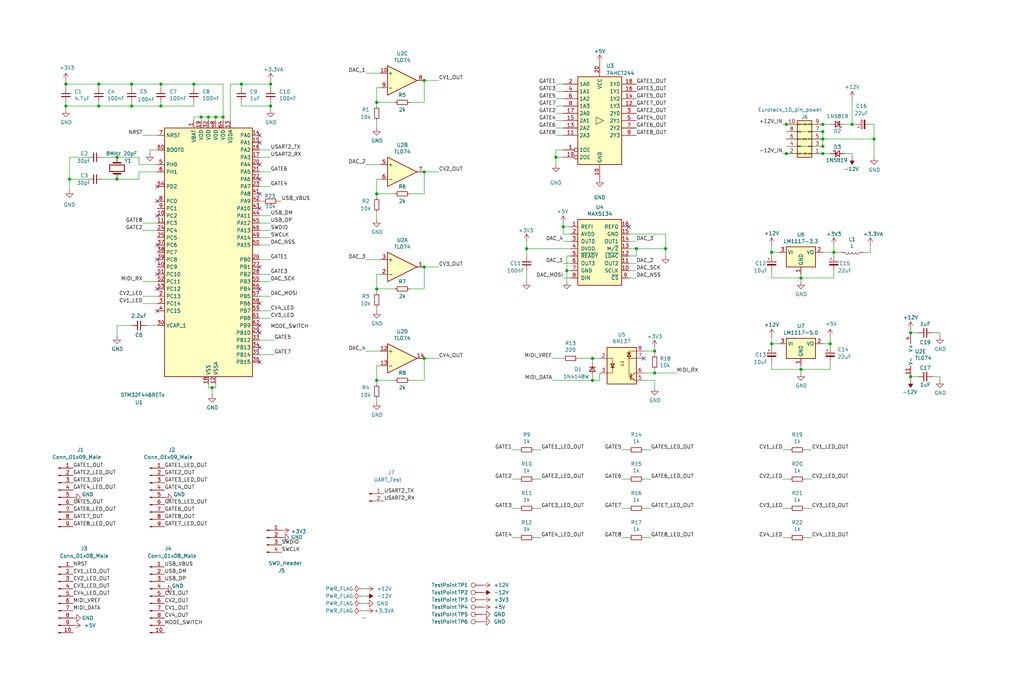
<source format=kicad_sch>
(kicad_sch (version 20231120) (generator "eeschema") (generator_version "8.0")
  (paper "User" 355.6 241.3)
  (title_block (title "MIDI Monger") (date "2020-08-09") (company "Mountjoy Modular"))
  (junction (at 285.75 43.18))
  (junction (at 231.14 86.36))
  (junction (at 288.29 119.38))
  (junction (at 69.85 40.64))
  (junction (at 40.64 54.61))
  (junction (at 93.98 36.83))
  (junction (at 205.74 132.08))
  (junction (at 34.29 29.21))
  (junction (at 278.13 96.52))
  (junction (at 130.81 132.08))
  (junction (at 67.31 29.21))
  (junction (at 303.53 48.26))
  (junction (at 73.66 134.62))
  (junction (at 22.86 29.21))
  (junction (at 227.33 129.54))
  (junction (at 289.56 87.63))
  (junction (at 22.86 36.83))
  (junction (at 220.98 86.36))
  (junction (at 182.88 86.36))
  (junction (at 278.13 128.27))
  (junction (at 295.91 43.18))
  (junction (at 45.72 29.21))
  (junction (at 130.81 35.56))
  (junction (at 273.05 53.34))
  (junction (at 40.64 62.23))
  (junction (at 205.74 124.46))
  (junction (at 45.72 36.83))
  (junction (at 147.32 92.71))
  (junction (at 34.29 36.83))
  (junction (at 72.39 40.64))
  (junction (at 267.97 87.63))
  (junction (at 55.88 36.83))
  (junction (at 273.05 43.18))
  (junction (at 55.88 29.21))
  (junction (at 196.85 93.98))
  (junction (at 130.81 67.31))
  (junction (at 83.82 29.21))
  (junction (at 130.81 100.33))
  (junction (at 147.32 124.46))
  (junction (at 285.75 45.72))
  (junction (at 147.32 59.69))
  (junction (at 193.04 54.61))
  (junction (at 285.75 50.8))
  (junction (at 285.75 48.26))
  (junction (at 77.47 40.64))
  (junction (at 74.93 40.64))
  (junction (at 316.23 130.81))
  (junction (at 267.97 119.38))
  (junction (at 195.58 78.74))
  (junction (at 24.13 62.23))
  (junction (at 93.98 29.21))
  (junction (at 227.33 121.92))
  (junction (at 147.32 27.94))
  (junction (at 316.23 115.57))
  (junction (at 285.75 53.34))
  (no_connect (at 90.17 46.99))
  (no_connect (at 223.52 124.46))
  (no_connect (at 90.17 105.41))
  (no_connect (at 54.61 90.17))
  (no_connect (at 90.17 92.71))
  (no_connect (at 90.17 100.33))
  (no_connect (at 90.17 67.31))
  (no_connect (at 54.61 107.95))
  (no_connect (at 90.17 115.57))
  (no_connect (at 90.17 49.53))
  (no_connect (at 90.17 72.39))
  (no_connect (at 54.61 100.33))
  (no_connect (at 218.44 78.74))
  (no_connect (at 90.17 125.73))
  (no_connect (at 54.61 64.77))
  (no_connect (at 90.17 120.65))
  (no_connect (at 90.17 62.23))
  (no_connect (at 90.17 57.15))
  (no_connect (at 54.61 95.25))
  (no_connect (at 54.61 85.09))
  (no_connect (at 90.17 113.03))
  (no_connect (at 54.61 74.93))
  (no_connect (at 54.61 69.85))
  (wire (pts (xy 90.17 52.07) (xy 93.98 52.07)))
  (wire (pts (xy 195.58 91.44) (xy 198.12 91.44)))
  (wire (pts (xy 83.82 29.21) (xy 93.98 29.21)))
  (wire (pts (xy 93.98 107.95) (xy 90.17 107.95)))
  (wire (pts (xy 142.24 67.31) (xy 147.32 67.31)))
  (wire (pts (xy 205.74 130.81) (xy 205.74 132.08)))
  (wire (pts (xy 220.98 88.9) (xy 218.44 88.9)))
  (wire (pts (xy 223.52 186.69) (xy 226.06 186.69)))
  (wire (pts (xy 267.97 119.38) (xy 267.97 120.65)))
  (wire (pts (xy 130.81 132.08) (xy 137.16 132.08)))
  (wire (pts (xy 52.07 52.07) (xy 52.07 53.34)))
  (wire (pts (xy 74.93 133.35) (xy 74.93 134.62)))
  (wire (pts (xy 182.88 93.98) (xy 182.88 97.79)))
  (wire (pts (xy 295.91 43.18) (xy 297.18 43.18)))
  (wire (pts (xy 177.8 156.21) (xy 180.34 156.21)))
  (wire (pts (xy 147.32 132.08) (xy 147.32 124.46)))
  (wire (pts (xy 22.86 38.1) (xy 22.86 36.83)))
  (wire (pts (xy 142.24 35.56) (xy 147.32 35.56)))
  (wire (pts (xy 223.52 121.92) (xy 227.33 121.92)))
  (wire (pts (xy 223.52 166.37) (xy 226.06 166.37)))
  (wire (pts (xy 90.17 69.85) (xy 91.44 69.85)))
  (wire (pts (xy 223.52 132.08) (xy 227.33 132.08)))
  (wire (pts (xy 267.97 116.84) (xy 267.97 119.38)))
  (wire (pts (xy 142.24 100.33) (xy 147.32 100.33)))
  (wire (pts (xy 193.04 54.61) (xy 193.04 52.07)))
  (wire (pts (xy 285.75 119.38) (xy 288.29 119.38)))
  (wire (pts (xy 54.61 57.15) (xy 48.26 57.15)))
  (wire (pts (xy 67.31 29.21) (xy 77.47 29.21)))
  (wire (pts (xy 74.93 40.64) (xy 74.93 41.91)))
  (wire (pts (xy 35.56 62.23) (xy 40.64 62.23)))
  (wire (pts (xy 24.13 62.23) (xy 30.48 62.23)))
  (wire (pts (xy 130.81 67.31) (xy 130.81 68.58)))
  (wire (pts (xy 227.33 120.65) (xy 227.33 121.92)))
  (wire (pts (xy 69.85 40.64) (xy 72.39 40.64)))
  (wire (pts (xy 130.81 127) (xy 130.81 132.08)))
  (wire (pts (xy 193.04 54.61) (xy 195.58 54.61)))
  (wire (pts (xy 195.58 81.28) (xy 198.12 81.28)))
  (wire (pts (xy 267.97 125.73) (xy 267.97 128.27)))
  (wire (pts (xy 279.4 156.21) (xy 281.94 156.21)))
  (wire (pts (xy 34.29 35.56) (xy 34.29 36.83)))
  (wire (pts (xy 288.29 116.84) (xy 288.29 119.38)))
  (wire (pts (xy 278.13 128.27) (xy 288.29 128.27)))
  (wire (pts (xy 195.58 78.74) (xy 198.12 78.74)))
  (wire (pts (xy 295.91 34.29) (xy 295.91 43.18)))
  (wire (pts (xy 130.81 106.68) (xy 130.81 107.95)))
  (wire (pts (xy 125.73 214.63) (xy 127 214.63)))
  (wire (pts (xy 83.82 36.83) (xy 93.98 36.83)))
  (wire (pts (xy 22.86 29.21) (xy 22.86 30.48)))
  (wire (pts (xy 34.29 36.83) (xy 45.72 36.83)))
  (wire (pts (xy 93.98 35.56) (xy 93.98 36.83)))
  (wire (pts (xy 45.72 29.21) (xy 45.72 30.48)))
  (wire (pts (xy 271.78 166.37) (xy 274.32 166.37)))
  (wire (pts (xy 35.56 54.61) (xy 40.64 54.61)))
  (wire (pts (xy 67.31 29.21) (xy 67.31 30.48)))
  (wire (pts (xy 90.17 74.93) (xy 93.98 74.93)))
  (wire (pts (xy 147.32 67.31) (xy 147.32 59.69)))
  (wire (pts (xy 83.82 29.21) (xy 83.82 30.48)))
  (wire (pts (xy 40.64 113.03) (xy 45.72 113.03)))
  (wire (pts (xy 54.61 59.69) (xy 48.26 59.69)))
  (wire (pts (xy 215.9 176.53) (xy 218.44 176.53)))
  (wire (pts (xy 54.61 97.79) (xy 49.53 97.79)))
  (wire (pts (xy 45.72 35.56) (xy 45.72 36.83)))
  (wire (pts (xy 130.81 95.25) (xy 132.08 95.25)))
  (wire (pts (xy 271.78 156.21) (xy 274.32 156.21)))
  (wire (pts (xy 198.12 88.9) (xy 196.85 88.9)))
  (wire (pts (xy 273.05 53.34) (xy 285.75 53.34)))
  (wire (pts (xy 142.24 132.08) (xy 147.32 132.08)))
  (wire (pts (xy 147.32 59.69) (xy 152.4 59.69)))
  (wire (pts (xy 130.81 35.56) (xy 130.81 36.83)))
  (wire (pts (xy 24.13 54.61) (xy 24.13 62.23)))
  (wire (pts (xy 147.32 35.56) (xy 147.32 27.94)))
  (wire (pts (xy 90.17 95.25) (xy 93.98 95.25)))
  (wire (pts (xy 130.81 100.33) (xy 130.81 101.6)))
  (wire (pts (xy 182.88 83.82) (xy 182.88 86.36)))
  (wire (pts (xy 205.74 124.46) (xy 208.28 124.46)))
  (wire (pts (xy 302.26 85.09) (xy 302.26 87.63)))
  (wire (pts (xy 67.31 35.56) (xy 67.31 36.83)))
  (wire (pts (xy 185.42 186.69) (xy 187.96 186.69)))
  (wire (pts (xy 278.13 128.27) (xy 267.97 128.27)))
  (wire (pts (xy 45.72 29.21) (xy 55.88 29.21)))
  (wire (pts (xy 223.52 156.21) (xy 226.06 156.21)))
  (wire (pts (xy 278.13 96.52) (xy 289.56 96.52)))
  (wire (pts (xy 215.9 166.37) (xy 218.44 166.37)))
  (wire (pts (xy 288.29 119.38) (xy 288.29 120.65)))
  (wire (pts (xy 220.98 86.36) (xy 220.98 88.9)))
  (wire (pts (xy 93.98 82.55) (xy 90.17 82.55)))
  (wire (pts (xy 127 121.92) (xy 132.08 121.92)))
  (wire (pts (xy 130.81 62.23) (xy 132.08 62.23)))
  (wire (pts (xy 316.23 130.81) (xy 318.77 130.81)))
  (wire (pts (xy 95.25 123.19) (xy 90.17 123.19)))
  (wire (pts (xy 93.98 27.94) (xy 93.98 29.21)))
  (wire (pts (xy 93.98 80.01) (xy 90.17 80.01)))
  (wire (pts (xy 40.64 113.03) (xy 40.64 116.84)))
  (wire (pts (xy 195.58 83.82) (xy 198.12 83.82)))
  (wire (pts (xy 271.78 53.34) (xy 273.05 53.34)))
  (wire (pts (xy 130.81 41.91) (xy 130.81 44.45)))
  (wire (pts (xy 90.17 64.77) (xy 93.98 64.77)))
  (wire (pts (xy 50.8 113.03) (xy 54.61 113.03)))
  (wire (pts (xy 130.81 67.31) (xy 137.16 67.31)))
  (wire (pts (xy 278.13 95.25) (xy 278.13 96.52)))
  (wire (pts (xy 205.74 124.46) (xy 205.74 125.73)))
  (wire (pts (xy 303.53 43.18) (xy 302.26 43.18)))
  (wire (pts (xy 285.75 48.26) (xy 285.75 50.8)))
  (wire (pts (xy 215.9 156.21) (xy 218.44 156.21)))
  (wire (pts (xy 218.44 86.36) (xy 220.98 86.36)))
  (wire (pts (xy 130.81 100.33) (xy 137.16 100.33)))
  (wire (pts (xy 45.72 36.83) (xy 55.88 36.83)))
  (wire (pts (xy 55.88 29.21) (xy 67.31 29.21)))
  (wire (pts (xy 231.14 86.36) (xy 231.14 88.9)))
  (wire (pts (xy 208.28 129.54) (xy 208.28 132.08)))
  (wire (pts (xy 34.29 29.21) (xy 34.29 30.48)))
  (wire (pts (xy 191.77 124.46) (xy 195.58 124.46)))
  (wire (pts (xy 218.44 93.98) (xy 220.98 93.98)))
  (wire (pts (xy 271.78 186.69) (xy 274.32 186.69)))
  (wire (pts (xy 130.81 62.23) (xy 130.81 67.31)))
  (wire (pts (xy 90.17 90.17) (xy 93.98 90.17)))
  (wire (pts (xy 193.04 29.21) (xy 195.58 29.21)))
  (wire (pts (xy 130.81 95.25) (xy 130.81 100.33)))
  (wire (pts (xy 54.61 102.87) (xy 49.53 102.87)))
  (wire (pts (xy 323.85 130.81) (xy 326.39 130.81)))
  (wire (pts (xy 72.39 40.64) (xy 74.93 40.64)))
  (wire (pts (xy 130.81 30.48) (xy 130.81 35.56)))
  (wire (pts (xy 34.29 29.21) (xy 45.72 29.21)))
  (wire (pts (xy 52.07 52.07) (xy 54.61 52.07)))
  (wire (pts (xy 193.04 31.75) (xy 195.58 31.75)))
  (wire (pts (xy 279.4 186.69) (xy 281.94 186.69)))
  (wire (pts (xy 185.42 156.21) (xy 187.96 156.21)))
  (wire (pts (xy 93.98 77.47) (xy 90.17 77.47)))
  (wire (pts (xy 289.56 85.09) (xy 289.56 87.63)))
  (wire (pts (xy 293.37 53.34) (xy 295.91 53.34)))
  (wire (pts (xy 90.17 102.87) (xy 93.98 102.87)))
  (wire (pts (xy 22.86 29.21) (xy 34.29 29.21)))
  (wire (pts (xy 196.85 93.98) (xy 196.85 97.79)))
  (wire (pts (xy 227.33 121.92) (xy 227.33 123.19)))
  (wire (pts (xy 147.32 27.94) (xy 152.4 27.94)))
  (wire (pts (xy 77.47 40.64) (xy 77.47 41.91)))
  (wire (pts (xy 223.52 176.53) (xy 226.06 176.53)))
  (wire (pts (xy 83.82 35.56) (xy 83.82 36.83)))
  (wire (pts (xy 267.97 119.38) (xy 270.51 119.38)))
  (wire (pts (xy 22.86 35.56) (xy 22.86 36.83)))
  (wire (pts (xy 73.66 137.16) (xy 73.66 134.62)))
  (wire (pts (xy 93.98 97.79) (xy 90.17 97.79)))
  (wire (pts (xy 273.05 50.8) (xy 285.75 50.8)))
  (wire (pts (xy 196.85 88.9) (xy 196.85 93.98)))
  (wire (pts (xy 80.01 29.21) (xy 83.82 29.21)))
  (wire (pts (xy 40.64 54.61) (xy 48.26 54.61)))
  (wire (pts (xy 24.13 62.23) (xy 24.13 66.04)))
  (wire (pts (xy 77.47 40.64) (xy 74.93 40.64)))
  (wire (pts (xy 218.44 81.28) (xy 231.14 81.28)))
  (wire (pts (xy 130.81 30.48) (xy 132.08 30.48)))
  (wire (pts (xy 177.8 176.53) (xy 180.34 176.53)))
  (wire (pts (xy 193.04 57.15) (xy 193.04 54.61)))
  (wire (pts (xy 271.78 176.53) (xy 274.32 176.53)))
  (wire (pts (xy 125.73 212.09) (xy 127 212.09)))
  (wire (pts (xy 293.37 43.18) (xy 295.91 43.18)))
  (wire (pts (xy 191.77 132.08) (xy 205.74 132.08)))
  (wire (pts (xy 303.53 48.26) (xy 303.53 54.61)))
  (wire (pts (xy 208.28 132.08) (xy 205.74 132.08)))
  (wire (pts (xy 195.58 78.74) (xy 195.58 81.28)))
  (wire (pts (xy 200.66 124.46) (xy 205.74 124.46)))
  (wire (pts (xy 267.97 93.98) (xy 267.97 96.52)))
  (wire (pts (xy 299.72 87.63) (xy 302.26 87.63)))
  (wire (pts (xy 288.29 125.73) (xy 288.29 128.27)))
  (wire (pts (xy 278.13 127) (xy 278.13 128.27)))
  (wire (pts (xy 285.75 45.72) (xy 285.75 48.26)))
  (wire (pts (xy 72.39 133.35) (xy 72.39 134.62)))
  (wire (pts (xy 93.98 110.49) (xy 90.17 110.49)))
  (wire (pts (xy 271.78 43.18) (xy 273.05 43.18)))
  (wire (pts (xy 125.73 207.01) (xy 127 207.01)))
  (wire (pts (xy 193.04 44.45) (xy 195.58 44.45)))
  (wire (pts (xy 195.58 77.47) (xy 195.58 78.74)))
  (wire (pts (xy 285.75 48.26) (xy 273.05 48.26)))
  (wire (pts (xy 127 25.4) (xy 132.08 25.4)))
  (wire (pts (xy 220.98 86.36) (xy 231.14 86.36)))
  (wire (pts (xy 323.85 115.57) (xy 326.39 115.57)))
  (wire (pts (xy 67.31 40.64) (xy 67.31 41.91)))
  (wire (pts (xy 49.53 46.99) (xy 54.61 46.99)))
  (wire (pts (xy 267.97 87.63) (xy 270.51 87.63)))
  (wire (pts (xy 24.13 54.61) (xy 30.48 54.61)))
  (wire (pts (xy 227.33 128.27) (xy 227.33 129.54)))
  (wire (pts (xy 278.13 97.79) (xy 278.13 96.52)))
  (wire (pts (xy 55.88 35.56) (xy 55.88 36.83)))
  (wire (pts (xy 22.86 36.83) (xy 34.29 36.83)))
  (wire (pts (xy 231.14 81.28) (xy 231.14 86.36)))
  (wire (pts (xy 326.39 115.57) (xy 326.39 116.84)))
  (wire (pts (xy 90.17 85.09) (xy 93.98 85.09)))
  (wire (pts (xy 130.81 127) (xy 132.08 127)))
  (wire (pts (xy 147.32 124.46) (xy 152.4 124.46)))
  (wire (pts (xy 193.04 39.37) (xy 195.58 39.37)))
  (wire (pts (xy 177.8 186.69) (xy 180.34 186.69)))
  (wire (pts (xy 326.39 130.81) (xy 326.39 132.08)))
  (wire (pts (xy 177.8 166.37) (xy 180.34 166.37)))
  (wire (pts (xy 273.05 45.72) (xy 285.75 45.72)))
  (wire (pts (xy 196.85 93.98) (xy 198.12 93.98)))
  (wire (pts (xy 285.75 48.26) (xy 303.53 48.26)))
  (wire (pts (xy 90.17 54.61) (xy 93.98 54.61)))
  (wire (pts (xy 90.17 59.69) (xy 93.98 59.69)))
  (wire (pts (xy 48.26 57.15) (xy 48.26 54.61)))
  (wire (pts (xy 22.86 27.94) (xy 22.86 29.21)))
  (wire (pts (xy 127 57.15) (xy 132.08 57.15)))
  (wire (pts (xy 195.58 96.52) (xy 198.12 96.52)))
  (wire (pts (xy 93.98 38.1) (xy 93.98 36.83)))
  (wire (pts (xy 125.73 204.47) (xy 127 204.47)))
  (wire (pts (xy 77.47 29.21) (xy 77.47 40.64)))
  (wire (pts (xy 74.93 134.62) (xy 73.66 134.62)))
  (wire (pts (xy 289.56 93.98) (xy 289.56 96.52)))
  (wire (pts (xy 182.88 86.36) (xy 198.12 86.36)))
  (wire (pts (xy 72.39 40.64) (xy 72.39 41.91)))
  (wire (pts (xy 96.52 69.85) (xy 97.79 69.85)))
  (wire (pts (xy 185.42 176.53) (xy 187.96 176.53)))
  (wire (pts (xy 285.75 53.34) (xy 288.29 53.34)))
  (wire (pts (xy 40.64 62.23) (xy 48.26 62.23)))
  (wire (pts (xy 49.53 80.01) (xy 54.61 80.01)))
  (wire (pts (xy 279.4 176.53) (xy 281.94 176.53)))
  (wire (pts (xy 49.53 105.41) (xy 54.61 105.41)))
  (wire (pts (xy 289.56 87.63) (xy 289.56 88.9)))
  (wire (pts (xy 218.44 91.44) (xy 220.98 91.44)))
  (wire (pts (xy 80.01 29.21) (xy 80.01 41.91)))
  (wire (pts (xy 278.13 129.54) (xy 278.13 128.27)))
  (wire (pts (xy 55.88 36.83) (xy 67.31 36.83)))
  (wire (pts (xy 125.73 209.55) (xy 127 209.55)))
  (wire (pts (xy 278.13 96.52) (xy 267.97 96.52)))
  (wire (pts (xy 147.32 92.71) (xy 152.4 92.71)))
  (wire (pts (xy 93.98 29.21) (xy 93.98 30.48)))
  (wire (pts (xy 193.04 36.83) (xy 195.58 36.83)))
  (wire (pts (xy 193.04 34.29) (xy 195.58 34.29)))
  (wire (pts (xy 218.44 83.82) (xy 220.98 83.82)))
  (wire (pts (xy 127 90.17) (xy 132.08 90.17)))
  (wire (pts (xy 130.81 132.08) (xy 130.81 133.35)))
  (wire (pts (xy 223.52 129.54) (xy 227.33 129.54)))
  (wire (pts (xy 130.81 35.56) (xy 137.16 35.56)))
  (wire (pts (xy 227.33 129.54) (xy 234.95 129.54)))
  (wire (pts (xy 147.32 100.33) (xy 147.32 92.71)))
  (wire (pts (xy 193.04 52.07) (xy 195.58 52.07)))
  (wire (pts (xy 193.04 41.91) (xy 195.58 41.91)))
  (wire (pts (xy 69.85 40.64) (xy 69.85 41.91)))
  (wire (pts (xy 267.97 85.09) (xy 267.97 87.63)))
  (wire (pts (xy 48.26 59.69) (xy 48.26 62.23)))
  (wire (pts (xy 227.33 132.08) (xy 227.33 134.62)))
  (wire (pts (xy 285.75 87.63) (xy 289.56 87.63)))
  (wire (pts (xy 316.23 130.81) (xy 316.23 132.08)))
  (wire (pts (xy 303.53 43.18) (xy 303.53 48.26)))
  (wire (pts (xy 193.04 46.99) (xy 195.58 46.99)))
  (wire (pts (xy 215.9 186.69) (xy 218.44 186.69)))
  (wire (pts (xy 316.23 114.3) (xy 316.23 115.57)))
  (wire (pts (xy 279.4 166.37) (xy 281.94 166.37)))
  (wire (pts (xy 182.88 86.36) (xy 182.88 88.9)))
  (wire (pts (xy 67.31 40.64) (xy 69.85 40.64)))
  (wire (pts (xy 318.77 115.57) (xy 316.23 115.57)))
  (wire (pts (xy 185.42 166.37) (xy 187.96 166.37)))
  (wire (pts (xy 54.61 77.47) (xy 49.53 77.47)))
  (wire (pts (xy 285.75 43.18) (xy 288.29 43.18)))
  (wire (pts (xy 289.56 87.63) (xy 292.1 87.63)))
  (wire (pts (xy 130.81 73.66) (xy 130.81 76.2)))
  (wire (pts (xy 295.91 53.34) (xy 295.91 54.61)))
  (wire (pts (xy 218.44 96.52) (xy 220.98 96.52)))
  (wire (pts (xy 55.88 29.21) (xy 55.88 30.48)))
  (wire (pts (xy 267.97 87.63) (xy 267.97 88.9)))
  (wire (pts (xy 273.05 43.18) (xy 285.75 43.18)))
  (wire (pts (xy 72.39 134.62) (xy 73.66 134.62)))
  (wire (pts (xy 95.25 118.11) (xy 90.17 118.11)))
  (wire (pts (xy 130.81 138.43) (xy 130.81 139.7)))
  (label "CV3_OUT" (at 152.4 92.71 0))
  (label "USB_DP" (at 57.15 201.93 0))
  (label "DAC_4" (at 127 121.92 180))
  (label "CV3_LED_OUT" (at 25.4 204.47 0))
  (label "NRST" (at 49.53 46.99 180))
  (label "GATE3_OUT" (at 25.4 167.64 0))
  (label "GATE7_OUT" (at 220.98 36.83 0))
  (label "USART2_RX" (at 133.35 173.99 0))
  (label "GATE8_OUT" (at 57.15 180.34 0))
  (label "DAC_SCK" (at 93.98 97.79 0))
  (label "NRST" (at 25.4 196.85 0))
  (label "GATE7_LED_OUT" (at 57.15 182.88 0))
  (label "GATE6_OUT" (at 220.98 44.45 0))
  (label "GATE2_OUT" (at 57.15 165.1 0))
  (label "GATE6" (at 93.98 59.69 0))
  (label "GATE4_OUT" (at 57.15 170.18 0))
  (label "GATE1_OUT" (at 25.4 162.56 0))
  (label "GATE5" (at 193.04 34.29 180))
  (label "GATE4_LED_OUT" (at 25.4 170.18 0))
  (label "CV2_LED_OUT" (at 25.4 201.93 0))
  (label "CV4_OUT" (at 152.4 124.46 0))
  (label "GATE2_OUT" (at 220.98 39.37 0))
  (label "DAC_NSS" (at 93.98 85.09 0))
  (label "USB_DM" (at 93.98 74.93 0))
  (label "GATE1" (at 177.8 156.21 180))
  (label "GATE2" (at 193.04 39.37 180))
  (label "SWDIO" (at 93.98 80.01 0))
  (label "GATE2" (at 177.8 166.37 180))
  (label "GATE4_OUT" (at 220.98 41.91 0))
  (label "+12V_IN" (at 271.78 43.18 180))
  (label "DAC_2" (at 127 57.15 180))
  (label "CV4_LED" (at 271.78 186.69 180))
  (label "DAC_2" (at 220.98 91.44 0))
  (label "GATE2_LED_OUT" (at 187.96 166.37 0))
  (label "-12V_IN" (at 271.78 53.34 180))
  (label "CV1_LED_OUT" (at 25.4 199.39 0))
  (label "SWCLK" (at 97.79 191.77 0))
  (label "CV3_LED" (at 93.98 110.49 0))
  (label "GATE1_OUT" (at 220.98 29.21 0))
  (label "GATE7" (at 95.25 123.19 0))
  (label "DAC_MOSI" (at 195.58 96.52 180))
  (label "GATE6_OUT" (at 57.15 177.8 0))
  (label "USB_VBUS" (at 57.15 196.85 0))
  (label "GATE3" (at 193.04 31.75 180))
  (label "MODE_SWITCH" (at 93.98 114.3 0))
  (label "GATE2" (at 49.53 80.01 180))
  (label "GATE3_OUT" (at 220.98 31.75 0))
  (label "USART2_TX" (at 93.98 52.07 0))
  (label "GATE1" (at 193.04 29.21 180))
  (label "CV2_LED" (at 49.53 102.87 180))
  (label "CV2_OUT" (at 57.15 209.55 0))
  (label "USB_VBUS" (at 97.79 69.85 0))
  (label "GATE5_LED_OUT" (at 226.06 156.21 0))
  (label "GATE8_LED_OUT" (at 226.06 186.69 0))
  (label "CV1_OUT" (at 57.15 212.09 0))
  (label "GATE4" (at 193.04 41.91 180))
  (label "GATE8" (at 215.9 186.69 180))
  (label "CV4_LED_OUT" (at 25.4 207.01 0))
  (label "CV4_LED_OUT" (at 281.94 186.69 0))
  (label "GATE6_LED_OUT" (at 25.4 177.8 0))
  (label "GATE4" (at 177.8 186.69 180))
  (label "GATE3_LED_OUT" (at 187.96 176.53 0))
  (label "GATE8" (at 193.04 46.99 180))
  (label "CV2_LED" (at 271.78 166.37 180))
  (label "GATE4" (at 93.98 64.77 0))
  (label "GATE5_OUT" (at 220.98 34.29 0))
  (label "CV1_LED" (at 271.78 156.21 180))
  (label "GATE8" (at 49.53 77.47 180))
  (label "GATE6" (at 215.9 166.37 180))
  (label "MIDI_VREF" (at 25.4 209.55 0))
  (label "CV3_LED_OUT" (at 281.94 176.53 0))
  (label "DAC_1" (at 127 25.4 180))
  (label "GATE5_LED_OUT" (at 57.15 175.26 0))
  (label "CV3_OUT" (at 57.15 207.01 0))
  (label "CV1_LED_OUT" (at 281.94 156.21 0))
  (label "GATE6_LED_OUT" (at 226.06 166.37 0))
  (label "GATE3" (at 177.8 176.53 180))
  (label "GATE4_LED_OUT" (at 187.96 186.69 0))
  (label "GATE3_LED_OUT" (at 57.15 167.64 0))
  (label "CV1_OUT" (at 152.4 27.94 0))
  (label "GATE1_LED_OUT" (at 187.96 156.21 0))
  (label "GATE2_LED_OUT" (at 25.4 165.1 0))
  (label "USART2_TX" (at 133.35 171.45 0))
  (label "GATE5" (at 215.9 156.21 180))
  (label "DAC_SCK" (at 220.98 93.98 0))
  (label "CV1_LED" (at 49.53 105.41 180))
  (label "DAC_NSS" (at 220.98 96.52 0))
  (label "USART2_RX" (at 93.98 54.61 0))
  (label "CV4_LED" (at 93.98 107.95 0))
  (label "GATE3" (at 93.98 95.25 0))
  (label "CV2_LED_OUT" (at 281.94 166.37 0))
  (label "SWDIO" (at 97.79 189.23 0))
  (label "DAC_4" (at 195.58 83.82 180))
  (label "DAC_3" (at 220.98 83.82 0))
  (label "DAC_3" (at 127 90.17 180))
  (label "GATE7" (at 215.9 176.53 180))
  (label "GATE6" (at 193.04 44.45 180))
  (label "GATE1_LED_OUT" (at 57.15 162.56 0))
  (label "MIDI_RX" (at 49.53 97.79 180))
  (label "MIDI_DATA" (at 25.4 212.09 0))
  (label "MIDI_RX" (at 234.95 129.54 0))
  (label "SWCLK" (at 93.98 82.55 0))
  (label "CV3_LED" (at 271.78 176.53 180))
  (label "GATE7_LED_OUT" (at 226.06 176.53 0))
  (label "GATE5_OUT" (at 25.4 175.26 0))
  (label "GATE7" (at 193.04 36.83 180))
  (label "USB_DM" (at 57.15 199.39 0))
  (label "CV2_OUT" (at 152.4 59.69 0))
  (label "MODE_SWITCH" (at 57.15 217.17 0))
  (label "GATE7_OUT" (at 25.4 180.34 0))
  (label "GATE8_OUT" (at 220.98 46.99 0))
  (label "USB_DP" (at 93.98 77.47 0))
  (label "MIDI_VREF" (at 191.77 124.46 180))
  (label "CV4_OUT" (at 57.15 214.63 0))
  (label "GATE8_LED_OUT" (at 25.4 182.88 0))
  (label "GATE1" (at 93.98 90.17 0))
  (label "DAC_MOSI" (at 93.98 102.87 0))
  (label "DAC_1" (at 195.58 91.44 180))
  (label "GATE5" (at 95.25 118.11 0))
  (label "MIDI_DATA" (at 191.77 132.08 180))
  (symbol (lib_id "Connector:Conn_01x04_Pin") (at 92.71 186.69 0) (unit 1)
    (property "Reference" "J5" (at 97.79 198.12 0))
    (property "Value" "SWD_Header" (at 99.06 195.58 0))
    (property "Footprint" "Custom_Footprints:SWD_header" (effects (hide yes)))
    (property "Description" "Generic connector, single row, 01x04, script generated" (effects (hide yes)))
  )
  (symbol (lib_id "power:+3.3V") (at 97.79 184.15 270) (unit 1)
    (property "Reference" "#PWR012" (effects (hide yes)))
    (property "Value" "+3V3" (at 101.0412 184.531 90) (effects (justify left)))
    (property "Description" "Power symbol creates a global label with name \"+3.3V\"" (effects (hide yes)))
  )
  (symbol (lib_id "power:GND") (at 97.79 186.69 90) (unit 1)
    (property "Reference" "#PWR013" (effects (hide yes)))
    (property "Value" "GND" (at 101.0412 186.563 90) (effects (justify right)))
    (property "Description" "Power symbol creates a global label with name \"GND\" , ground" (effects (hide yes)))
  )
  (symbol (lib_id "power:+3.3V") (at 289.56 85.09 0) (unit 1)
    (property "Reference" "#PWR041" (effects (hide yes)))
    (property "Value" "+3V3" (at 289.56 81.28 0))
    (property "Description" "Power symbol creates a global label with name \"+3.3V\"" (effects (hide yes)))
  )
  (symbol (lib_id "power:PWR_FLAG") (at 125.73 209.55 90) (unit 1)
    (property "Reference" "#FLG03" (effects (hide yes)))
    (property "Value" "PWR_FLAG" (at 117.856 209.55 90))
    (property "Description" "Special symbol for telling ERC where power comes from" (effects (hide yes)))
  )
  (symbol (lib_id "power:GND") (at 127 209.55 90) (unit 1)
    (property "Reference" "#PWR016" (effects (hide yes)))
    (property "Value" "GND" (at 130.81 209.5499 90) (effects (justify right)))
    (property "Description" "Power symbol creates a global label with name \"GND\" , ground" (effects (hide yes)))
  )
  (symbol (lib_id "Regulator_Linear:LM1117MP-3.3") (at 278.13 87.63 0) (unit 1)
    (property "Reference" "U6" (at 278.13 81.4832 0))
    (property "Value" "LM1117-3.3" (at 278.13 83.7946 0))
    (property "Footprint" "Package_TO_SOT_SMD:SOT-223-3_TabPin2" (effects (hide yes)))
    (property "Datasheet" "http://www.ti.com/lit/ds/symlink/lm1117.pdf" (effects (hide yes)))
    (property "Description" "800mA Low-Dropout Linear Regulator, 3.3V fixed output, SOT-223" (effects (hide yes)))
  )
  (symbol (lib_id "Device:R_Small") (at 139.7 35.56 270) (unit 1)
    (property "Reference" "R5" (at 139.7 33.02 90))
    (property "Value" "2k" (at 139.7 38.1 90))
    (property "Footprint" "Resistor_SMD:R_0603_1608Metric" (effects (hide yes)))
    (property "Description" "Resistor, small symbol" (effects (hide yes)))
  )
  (symbol (lib_id "Device:R_Small") (at 130.81 39.37 180) (unit 1)
    (property "Reference" "R1" (at 127 38.1 0))
    (property "Value" "10k" (at 127 40.64 0))
    (property "Footprint" "Resistor_SMD:R_0603_1608Metric" (effects (hide yes)))
    (property "Description" "Resistor, small symbol" (effects (hide yes)))
  )
  (symbol (lib_id "power:GND") (at 130.81 44.45 0) (unit 1)
    (property "Reference" "#PWR020" (effects (hide yes)))
    (property "Value" "GND" (at 130.937 48.8442 0))
    (property "Description" "Power symbol creates a global label with name \"GND\" , ground" (effects (hide yes)))
  )
  (symbol (lib_id "Device:L") (at 295.91 87.63 270) (unit 1)
    (property "Reference" "L1" (at 295.91 83.1088 90))
    (property "Value" "L" (at 295.91 85.4202 90))
    (property "Footprint" "Inductor_SMD:L_0805_2012Metric_Pad1.05x1.20mm_HandSolder" (effects (hide yes)))
    (property "Description" "Inductor" (effects (hide yes)))
  )
  (symbol (lib_id "power:+3.3VA") (at 302.26 85.09 0) (unit 1)
    (property "Reference" "#PWR044" (effects (hide yes)))
    (property "Value" "+3.3VA" (at 299.72 81.28 0) (effects (justify left)))
    (property "Description" "Power symbol creates a global label with name \"+3.3VA\"" (effects (hide yes)))
  )
  (symbol (lib_id "Device:C_Polarized_Small") (at 299.72 43.18 90) (unit 1)
    (property "Reference" "C16" (at 299.1739 36.83 90))
    (property "Value" "22uF" (at 299.1739 39.37 90))
    (property "Footprint" "Capacitor_SMD:CP_Elec_4x5.8" (effects (hide yes)))
    (property "Description" "Polarized capacitor, small symbol" (effects (hide yes)))
  )
  (symbol (lib_id "power:GND") (at 303.53 54.61 0) (unit 1)
    (property "Reference" "#PWR045" (effects (hide yes)))
    (property "Value" "GND" (at 303.657 59.0042 0))
    (property "Description" "Power symbol creates a global label with name \"GND\" , ground" (effects (hide yes)))
  )
  (symbol (lib_id "power:PWR_FLAG") (at 125.73 212.09 90) (unit 1)
    (property "Reference" "#FLG04" (effects (hide yes)))
    (property "Value" "PWR_FLAG" (at 117.856 212.09 90))
    (property "Description" "Special symbol for telling ERC where power comes from" (effects (hide yes)))
  )
  (symbol (lib_id "power:+3.3VA") (at 127 212.09 270) (unit 1)
    (property "Reference" "#PWR017" (effects (hide yes)))
    (property "Value" "+3.3VA" (at 133.35 212.09 90))
    (property "Description" "Power symbol creates a global label with name \"+3.3VA\"" (effects (hide yes)))
  )
  (symbol (lib_id "Amplifier_Operational:TL074") (at 318.77 123.19 0) (unit 5)
    (property "Reference" "U2" (at 317.7032 122.0216 0) (effects (justify left)))
    (property "Value" "TL074" (at 317.7032 124.333 0) (effects (justify left)))
    (property "Footprint" "Package_SO:SOIC-14_3.9x8.7mm_P1.27mm" (effects (hide yes)))
    (property "Datasheet" "http://www.ti.com/lit/ds/symlink/tl071.pdf" (effects (hide yes)))
    (property "Description" "Quad Low-Noise JFET-Input Operational Amplifiers, DIP-14/SOIC-14" (effects (hide yes)))
  )
  (symbol (lib_id "power:+12V") (at 127 204.47 270) (unit 1)
    (property "Reference" "#PWR014" (effects (hide yes)))
    (property "Value" "+12V" (at 130.81 204.4699 90) (effects (justify left)))
    (property "Description" "Power symbol creates a global label with name \"+12V\"" (effects (hide yes)))
  )
  (symbol (lib_id "power:PWR_FLAG") (at 125.73 204.47 90) (unit 1)
    (property "Reference" "#FLG01" (effects (hide yes)))
    (property "Value" "PWR_FLAG" (at 117.856 204.47 90))
    (property "Description" "Special symbol for telling ERC where power comes from" (effects (hide yes)))
  )
  (symbol (lib_id "power:-12V") (at 127 207.01 270) (unit 1)
    (property "Reference" "#PWR015" (effects (hide yes)))
    (property "Value" "-12V" (at 130.81 207.0099 90) (effects (justify left)))
    (property "Description" "Power symbol creates a global label with name \"-12V\"" (effects (hide yes)))
  )
  (symbol (lib_id "power:PWR_FLAG") (at 125.73 207.01 90) (unit 1)
    (property "Reference" "#FLG02" (effects (hide yes)))
    (property "Value" "PWR_FLAG" (at 117.856 207.01 90))
    (property "Description" "Special symbol for telling ERC where power comes from" (effects (hide yes)))
  )
  (symbol (lib_id "power:GND") (at 278.13 97.79 0) (unit 1)
    (property "Reference" "#PWR038" (effects (hide yes)))
    (property "Value" "GND" (at 278.257 102.1842 0))
    (property "Description" "Power symbol creates a global label with name \"GND\" , ground" (effects (hide yes)))
  )
  (symbol (lib_id "Amplifier_Operational:TL074") (at 139.7 27.94 0) (unit 3)
    (property "Reference" "U2" (at 139.7 18.6182 0))
    (property "Value" "TL074" (at 139.7 20.9296 0))
    (property "Footprint" "Package_SO:SOIC-14_3.9x8.7mm_P1.27mm" (effects (hide yes)))
    (property "Datasheet" "http://www.ti.com/lit/ds/symlink/tl071.pdf" (effects (hide yes)))
    (property "Description" "Quad Low-Noise JFET-Input Operational Amplifiers, DIP-14/SOIC-14" (effects (hide yes)))
  )
  (symbol (lib_id "Device:D_Small") (at 205.74 128.27 270) (unit 1)
    (property "Reference" "D1" (at 199.39 128.27 90) (effects (justify left)))
    (property "Value" "1N4148W" (at 195.58 130.81 90) (effects (justify left)))
    (property "Footprint" "Diode_SMD:D_SOD-123" (effects (hide yes)))
    (property "Description" "Diode, small symbol" (effects (hide yes)))
    (property "Sim.Device" "D" (effects (hide yes)))
    (property "Sim.Pins" "1=K 2=A" (effects (hide yes)))
  )
  (symbol (lib_id "Device:R_Small") (at 198.12 124.46 270) (unit 1)
    (property "Reference" "R13" (at 198.12 119.2022 90))
    (property "Value" "220" (at 198.12 121.5136 90))
    (property "Footprint" "Resistor_SMD:R_0603_1608Metric" (effects (hide yes)))
    (property "Description" "Resistor, small symbol" (effects (hide yes)))
  )
  (symbol (lib_id "Device:R_Small") (at 139.7 67.31 270) (unit 1)
    (property "Reference" "R6" (at 139.7 64.77 90))
    (property "Value" "2k" (at 139.7 69.85 90))
    (property "Footprint" "Resistor_SMD:R_0603_1608Metric" (effects (hide yes)))
    (property "Description" "Resistor, small symbol" (effects (hide yes)))
  )
  (symbol (lib_id "Device:R_Small") (at 130.81 71.12 180) (unit 1)
    (property "Reference" "R2" (at 127 69.85 0))
    (property "Value" "10k" (at 127 72.39 0))
    (property "Footprint" "Resistor_SMD:R_0603_1608Metric" (effects (hide yes)))
    (property "Description" "Resistor, small symbol" (effects (hide yes)))
  )
  (symbol (lib_id "power:GND") (at 130.81 76.2 0) (unit 1)
    (property "Reference" "#PWR021" (effects (hide yes)))
    (property "Value" "GND" (at 130.937 80.5942 0))
    (property "Description" "Power symbol creates a global label with name \"GND\" , ground" (effects (hide yes)))
  )
  (symbol (lib_id "Amplifier_Operational:TL074") (at 139.7 59.69 0) (unit 2)
    (property "Reference" "U2" (at 139.7 50.3682 0))
    (property "Value" "TL074" (at 139.7 52.6796 0))
    (property "Footprint" "Package_SO:SOIC-14_3.9x8.7mm_P1.27mm" (effects (hide yes)))
    (property "Datasheet" "http://www.ti.com/lit/ds/symlink/tl071.pdf" (effects (hide yes)))
    (property "Description" "Quad Low-Noise JFET-Input Operational Amplifiers, DIP-14/SOIC-14" (effects (hide yes)))
  )
  (symbol (lib_id "MAX5134:MAX5134") (at 208.28 88.9 0) (unit 1)
    (property "Reference" "U4" (at 208.28 71.9582 0))
    (property "Value" "MAX5134" (at 208.28 74.2696 0))
    (property "Footprint" "Package_SO:TSSOP-16_4.4x5mm_P0.65mm" (effects (hide yes)))
    (property "Datasheet" "https://datasheets.maximintegrated.com/en/ds/MAX5134-MAX5137.pdf" (effects (hide yes)))
  )
  (symbol (lib_id "power:GND") (at 227.33 134.62 0) (unit 1)
    (property "Reference" "#PWR032" (effects (hide yes)))
    (property "Value" "GND" (at 227.457 139.0142 0))
    (property "Description" "Power symbol creates a global label with name \"GND\" , ground" (effects (hide yes)))
  )
  (symbol (lib_id "power:GND") (at 231.14 88.9 0) (unit 1)
    (property "Reference" "#PWR033" (effects (hide yes)))
    (property "Value" "GND" (effects (hide yes)))
    (property "Description" "Power symbol creates a global label with name \"GND\" , ground" (effects (hide yes)))
  )
  (symbol (lib_id "power:+3.3V") (at 182.88 83.82 0) (unit 1)
    (property "Reference" "#PWR024" (effects (hide yes)))
    (property "Value" "+3V3" (at 182.626 80.01 0))
    (property "Description" "Power symbol creates a global label with name \"+3.3V\"" (effects (hide yes)))
  )
  (symbol (lib_id "power:GND") (at 196.85 97.79 0) (unit 1)
    (property "Reference" "#PWR028" (effects (hide yes)))
    (property "Value" "GND" (effects (hide yes)))
    (property "Description" "Power symbol creates a global label with name \"GND\" , ground" (effects (hide yes)))
  )
  (symbol (lib_id "Device:R_Small") (at 139.7 100.33 270) (unit 1)
    (property "Reference" "R7" (at 139.7 97.79 90))
    (property "Value" "2k" (at 139.7 102.87 90))
    (property "Footprint" "Resistor_SMD:R_0603_1608Metric" (effects (hide yes)))
    (property "Description" "Resistor, small symbol" (effects (hide yes)))
  )
  (symbol (lib_id "Device:R_Small") (at 130.81 104.14 180) (unit 1)
    (property "Reference" "R3" (at 127 102.87 0))
    (property "Value" "10k" (at 127 105.41 0))
    (property "Footprint" "Resistor_SMD:R_0603_1608Metric" (effects (hide yes)))
    (property "Description" "Resistor, small symbol" (effects (hide yes)))
  )
  (symbol (lib_id "power:GND") (at 130.81 107.95 0) (unit 1)
    (property "Reference" "#PWR022" (effects (hide yes)))
    (property "Value" "GND" (at 130.937 112.3442 0))
    (property "Description" "Power symbol creates a global label with name \"GND\" , ground" (effects (hide yes)))
  )
  (symbol (lib_id "Amplifier_Operational:TL074") (at 139.7 92.71 0) (unit 1)
    (property "Reference" "U2" (at 139.7 83.3882 0))
    (property "Value" "TL074" (at 139.7 85.6996 0))
    (property "Footprint" "Package_SO:SOIC-14_3.9x8.7mm_P1.27mm" (effects (hide yes)))
    (property "Datasheet" "http://www.ti.com/lit/ds/symlink/tl071.pdf" (effects (hide yes)))
    (property "Description" "Quad Low-Noise JFET-Input Operational Amplifiers, DIP-14/SOIC-14" (effects (hide yes)))
  )
  (symbol (lib_id "power:+3.3V") (at 227.33 120.65 0) (unit 1)
    (property "Reference" "#PWR031" (effects (hide yes)))
    (property "Value" "+3V3" (at 227.33 116.84 0))
    (property "Description" "Power symbol creates a global label with name \"+3.3V\"" (effects (hide yes)))
  )
  (symbol (lib_id "Device:R_Small") (at 227.33 125.73 0) (unit 1)
    (property "Reference" "R18" (at 229.108 124.5616 0) (effects (justify left)))
    (property "Value" "10k" (at 229.108 126.873 0) (effects (justify left)))
    (property "Footprint" "Resistor_SMD:R_0603_1608Metric" (effects (hide yes)))
    (property "Description" "Resistor, small symbol" (effects (hide yes)))
  )
  (symbol (lib_id "Eurorack_Header:Eurorack_10_pin_power") (at 280.67 48.26 180) (unit 1)
    (property "Reference" "J6" (at 279.4 40.64 0))
    (property "Value" "Eurorack_10_pin_power" (at 274.32 38.1 0))
    (property "Footprint" "Custom_Footprints:Eurorack_10_pin_header" (effects (hide yes)))
  )
  (symbol (lib_id "Regulator_Linear:LM1117MP-5.0") (at 278.13 119.38 0) (unit 1)
    (property "Reference" "U7" (at 278.13 113.2332 0))
    (property "Value" "LM1117-5.0" (at 278.13 115.5446 0))
    (property "Footprint" "Package_TO_SOT_SMD:SOT-223-3_TabPin2" (effects (hide yes)))
    (property "Datasheet" "http://www.ti.com/lit/ds/symlink/lm1117.pdf" (effects (hide yes)))
    (property "Description" "800mA Low-Dropout Linear Regulator, 5.0V fixed output, SOT-223" (effects (hide yes)))
  )
  (symbol (lib_id "power:GND") (at 278.13 129.54 0) (unit 1)
    (property "Reference" "#PWR039" (effects (hide yes)))
    (property "Value" "GND" (at 278.257 133.9342 0))
    (property "Description" "Power symbol creates a global label with name \"GND\" , ground" (effects (hide yes)))
  )
  (symbol (lib_id "power:+5V") (at 288.29 116.84 0) (unit 1)
    (property "Reference" "#PWR040" (effects (hide yes)))
    (property "Value" "+5V" (at 288.671 112.4458 0))
    (property "Description" "Power symbol creates a global label with name \"+5V\"" (effects (hide yes)))
  )
  (symbol (lib_id "power:+5V") (at 195.58 77.47 0) (unit 1)
    (property "Reference" "#PWR027" (effects (hide yes)))
    (property "Value" "+5V" (at 195.326 73.406 0))
    (property "Description" "Power symbol creates a global label with name \"+5V\"" (effects (hide yes)))
  )
  (symbol (lib_id "Connector:Conn_01x09_Pin") (at 20.32 172.72 0) (unit 1)
    (property "Reference" "J1" (at 27.94 156.21 0))
    (property "Value" "Conn_01x09_Male" (at 26.67 158.75 0))
    (property "Footprint" "Connector_PinHeader_2.54mm:PinHeader_1x09_P2.54mm_Vertical" (effects (hide yes)))
    (property "Description" "Generic connector, single row, 01x09, script generated" (effects (hide yes)))
  )
  (symbol (lib_id "power:GND") (at 25.4 172.72 90) (unit 1)
    (property "Reference" "#PWR04" (effects (hide yes)))
    (property "Value" "GND" (at 30.48 171.704 90))
    (property "Description" "Power symbol creates a global label with name \"GND\" , ground" (effects (hide yes)))
  )
  (symbol (lib_id "6N137:6N137") (at 215.9 127 0) (unit 1)
    (property "Reference" "U5" (at 215.9 116.205 0))
    (property "Value" "6N137" (at 215.9 118.5164 0))
    (property "Footprint" "Package_DIP:DIP-8_W8.89mm_SMDSocket_LongPads" (effects (hide yes)))
    (property "Datasheet" "https://docs-emea.rs-online.com/webdocs/12cf/0900766b812cfb5f.pdf" (effects (hide yes)))
  )
  (symbol (lib_id "Device:C_Small") (at 182.88 91.44 0) (unit 1)
    (property "Reference" "C11" (at 179.07 91.44 0))
    (property "Value" "100nF" (at 179.07 93.98 0))
    (property "Footprint" "Capacitor_SMD:C_0603_1608Metric" (effects (hide yes)))
    (property "Description" "Unpolarized capacitor, small symbol" (effects (hide yes)))
  )
  (symbol (lib_id "power:GND") (at 182.88 97.79 0) (unit 1)
    (property "Reference" "#PWR025" (effects (hide yes)))
    (property "Value" "GND" (effects (hide yes)))
    (property "Description" "Power symbol creates a global label with name \"GND\" , ground" (effects (hide yes)))
  )
  (symbol (lib_id "Device:R_Small") (at 182.88 156.21 270) (unit 1)
    (property "Reference" "R9" (at 182.88 150.9522 90))
    (property "Value" "1k" (at 182.88 153.2636 90))
    (property "Footprint" "Resistor_SMD:R_0603_1608Metric" (effects (hide yes)))
    (property "Description" "Resistor, small symbol" (effects (hide yes)))
  )
  (symbol (lib_id "Device:R_Small") (at 139.7 132.08 270) (unit 1)
    (property "Reference" "R8" (at 139.7 129.54 90))
    (property "Value" "2k" (at 139.7 134.62 90))
    (property "Footprint" "Resistor_SMD:R_0603_1608Metric" (effects (hide yes)))
    (property "Description" "Resistor, small symbol" (effects (hide yes)))
  )
  (symbol (lib_id "Device:R_Small") (at 130.81 135.89 180) (unit 1)
    (property "Reference" "R4" (at 127 134.62 0))
    (property "Value" "10k" (at 127 137.16 0))
    (property "Footprint" "Resistor_SMD:R_0603_1608Metric" (effects (hide yes)))
    (property "Description" "Resistor, small symbol" (effects (hide yes)))
  )
  (symbol (lib_id "power:GND") (at 130.81 139.7 0) (unit 1)
    (property "Reference" "#PWR023" (effects (hide yes)))
    (property "Value" "GND" (at 130.937 144.0942 0))
    (property "Description" "Power symbol creates a global label with name \"GND\" , ground" (effects (hide yes)))
  )
  (symbol (lib_id "Amplifier_Operational:TL074") (at 139.7 124.46 0) (unit 4)
    (property "Reference" "U2" (at 139.7 115.1382 0))
    (property "Value" "TL074" (at 139.7 117.4496 0))
    (property "Footprint" "Package_SO:SOIC-14_3.9x8.7mm_P1.27mm" (effects (hide yes)))
    (property "Datasheet" "http://www.ti.com/lit/ds/symlink/tl071.pdf" (effects (hide yes)))
    (property "Description" "Quad Low-Noise JFET-Input Operational Amplifiers, DIP-14/SOIC-14" (effects (hide yes)))
  )
  (symbol (lib_id "Connector:Conn_01x10_Pin") (at 20.32 207.01 0) (unit 1)
    (property "Reference" "J3" (at 29.21 190.5 0))
    (property "Value" "Conn_01x08_Male" (at 29.21 193.04 0))
    (property "Footprint" "Connector_PinHeader_2.54mm:PinHeader_1x10_P2.54mm_Vertical" (effects (hide yes)))
    (property "Description" "Generic connector, single row, 01x10, script generated" (effects (hide yes)))
  )
  (symbol (lib_id "Connector:Conn_01x10_Pin") (at 52.07 207.01 0) (unit 1)
    (property "Reference" "J4" (at 58.42 190.5 0))
    (property "Value" "Conn_01x08_Male" (at 59.69 193.04 0))
    (property "Footprint" "Connector_PinHeader_2.54mm:PinHeader_1x10_P2.54mm_Vertical" (effects (hide yes)))
    (property "Description" "Generic connector, single row, 01x10, script generated" (effects (hide yes)))
  )
  (symbol (lib_id "Device:R_Small") (at 182.88 166.37 270) (unit 1)
    (property "Reference" "R10" (at 182.88 161.1122 90))
    (property "Value" "1k" (at 182.88 163.4236 90))
    (property "Footprint" "Resistor_SMD:R_0603_1608Metric" (effects (hide yes)))
    (property "Description" "Resistor, small symbol" (effects (hide yes)))
  )
  (symbol (lib_id "Device:R_Small") (at 182.88 176.53 270) (unit 1)
    (property "Reference" "R11" (at 182.88 171.2722 90))
    (property "Value" "1k" (at 182.88 173.5836 90))
    (property "Footprint" "Resistor_SMD:R_0603_1608Metric" (effects (hide yes)))
    (property "Description" "Resistor, small symbol" (effects (hide yes)))
  )
  (symbol (lib_id "Device:R_Small") (at 182.88 186.69 270) (unit 1)
    (property "Reference" "R12" (at 182.88 181.4322 90))
    (property "Value" "1k" (at 182.88 183.7436 90))
    (property "Footprint" "Resistor_SMD:R_0603_1608Metric" (effects (hide yes)))
    (property "Description" "Resistor, small symbol" (effects (hide yes)))
  )
  (symbol (lib_id "Device:R_Small") (at 220.98 156.21 270) (unit 1)
    (property "Reference" "R14" (at 220.98 150.9522 90))
    (property "Value" "1k" (at 220.98 153.2636 90))
    (property "Footprint" "Resistor_SMD:R_0603_1608Metric" (effects (hide yes)))
    (property "Description" "Resistor, small symbol" (effects (hide yes)))
  )
  (symbol (lib_id "Device:R_Small") (at 220.98 166.37 270) (unit 1)
    (property "Reference" "R15" (at 220.98 161.1122 90))
    (property "Value" "1k" (at 220.98 163.4236 90))
    (property "Footprint" "Resistor_SMD:R_0603_1608Metric" (effects (hide yes)))
    (property "Description" "Resistor, small symbol" (effects (hide yes)))
  )
  (symbol (lib_id "Device:R_Small") (at 220.98 176.53 270) (unit 1)
    (property "Reference" "R16" (at 220.98 171.2722 90))
    (property "Value" "1k" (at 220.98 173.5836 90))
    (property "Footprint" "Resistor_SMD:R_0603_1608Metric" (effects (hide yes)))
    (property "Description" "Resistor, small symbol" (effects (hide yes)))
  )
  (symbol (lib_id "Device:R_Small") (at 220.98 186.69 270) (unit 1)
    (property "Reference" "R17" (at 220.98 181.4322 90))
    (property "Value" "1k" (at 220.98 183.7436 90))
    (property "Footprint" "Resistor_SMD:R_0603_1608Metric" (effects (hide yes)))
    (property "Description" "Resistor, small symbol" (effects (hide yes)))
  )
  (symbol (lib_id "Device:R_Small") (at 276.86 156.21 270) (unit 1)
    (property "Reference" "R19" (at 276.86 150.9522 90))
    (property "Value" "1k" (at 276.86 153.2636 90))
    (property "Footprint" "Resistor_SMD:R_0603_1608Metric" (effects (hide yes)))
    (property "Description" "Resistor, small symbol" (effects (hide yes)))
  )
  (symbol (lib_id "Device:R_Small") (at 276.86 166.37 270) (unit 1)
    (property "Reference" "R20" (at 276.86 161.1122 90))
    (property "Value" "1k" (at 276.86 163.4236 90))
    (property "Footprint" "Resistor_SMD:R_0603_1608Metric" (effects (hide yes)))
    (property "Description" "Resistor, small symbol" (effects (hide yes)))
  )
  (symbol (lib_id "Device:R_Small") (at 276.86 176.53 270) (unit 1)
    (property "Reference" "R21" (at 276.86 171.2722 90))
    (property "Value" "1k" (at 276.86 173.5836 90))
    (property "Footprint" "Resistor_SMD:R_0603_1608Metric" (effects (hide yes)))
    (property "Description" "Resistor, small symbol" (effects (hide yes)))
  )
  (symbol (lib_id "Device:R_Small") (at 276.86 186.69 270) (unit 1)
    (property "Reference" "R22" (at 276.86 181.4322 90))
    (property "Value" "1k" (at 276.86 183.7436 90))
    (property "Footprint" "Resistor_SMD:R_0603_1608Metric" (effects (hide yes)))
    (property "Description" "Resistor, small symbol" (effects (hide yes)))
  )
  (symbol (lib_id "power:GND") (at 25.4 214.63 90) (unit 1)
    (property "Reference" "#PWR07" (effects (hide yes)))
    (property "Value" "GND" (at 30.48 214.63 90))
    (property "Description" "Power symbol creates a global label with name \"GND\" , ground" (effects (hide yes)))
  )
  (symbol (lib_id "power:GND") (at 57.15 204.47 90) (unit 1)
    (property "Reference" "#PWR08" (effects (hide yes)))
    (property "Value" "GND" (at 61.722 203.454 90))
    (property "Description" "Power symbol creates a global label with name \"GND\" , ground" (effects (hide yes)))
  )
  (symbol (lib_id "Device:C_Small") (at 321.31 130.81 90) (unit 1)
    (property "Reference" "C17" (at 321.31 127.762 90))
    (property "Value" "1uF" (at 321.31 133.604 90))
    (property "Footprint" "Capacitor_SMD:C_0603_1608Metric" (effects (hide yes)))
    (property "Description" "Unpolarized capacitor, small symbol" (effects (hide yes)))
  )
  (symbol (lib_id "Device:C_Small") (at 93.98 33.02 0) (unit 1)
    (property "Reference" "C10" (at 96.901 31.8516 0) (effects (justify left)))
    (property "Value" "100nF" (at 96.901 34.163 0) (effects (justify left)))
    (property "Footprint" "Capacitor_SMD:C_0603_1608Metric" (effects (hide yes)))
    (property "Description" "Unpolarized capacitor, small symbol" (effects (hide yes)))
  )
  (symbol (lib_id "power:GND") (at 326.39 116.84 0) (unit 1)
    (property "Reference" "#PWR037" (effects (hide yes)))
    (property "Value" "GND" (at 326.517 121.2342 0))
    (property "Description" "Power symbol creates a global label with name \"GND\" , ground" (effects (hide yes)))
  )
  (symbol (lib_id "Device:C_Small") (at 22.86 33.02 0) (unit 1)
    (property "Reference" "C1" (at 25.781 31.8516 0) (effects (justify left)))
    (property "Value" "4.7uF" (at 25.781 34.163 0) (effects (justify left)))
    (property "Footprint" "Capacitor_SMD:C_0603_1608Metric" (effects (hide yes)))
    (property "Description" "Unpolarized capacitor, small symbol" (effects (hide yes)))
  )
  (symbol (lib_id "Connector:TestPoint") (at 167.64 203.2 90) (mirror x) (unit 1) (in_bom no)
    (property "Reference" "TP1" (at 162.56 203.1999 90) (effects (justify left)))
    (property "Value" "TestPoint" (at 158.75 203.2 90) (effects (justify left)))
    (property "Footprint" "Custom_Footprints:1mm_Test_Point" (effects (hide yes)))
    (property "Description" "test point" (effects (hide yes)))
  )
  (symbol (lib_id "Connector:TestPoint") (at 167.64 210.82 90) (mirror x) (unit 1) (in_bom no)
    (property "Reference" "TP4" (at 162.56 210.8199 90) (effects (justify left)))
    (property "Value" "TestPoint" (at 158.75 210.82 90) (effects (justify left)))
    (property "Footprint" "Custom_Footprints:1mm_Test_Point" (effects (hide yes)))
    (property "Description" "test point" (effects (hide yes)))
  )
  (symbol (lib_id "power:+12V") (at 167.64 203.2 270) (unit 1)
    (property "Reference" "#PWR042" (effects (hide yes)))
    (property "Value" "+12V" (at 171.45 203.2 90) (effects (justify left)))
    (property "Description" "Power symbol creates a global label with name \"+12V\"" (effects (hide yes)))
  )
  (symbol (lib_id "power:GND") (at 40.64 116.84 0) (unit 1)
    (property "Reference" "#PWR05" (effects (hide yes)))
    (property "Value" "GND" (at 40.767 121.2342 0))
    (property "Description" "Power symbol creates a global label with name \"GND\" , ground" (effects (hide yes)))
  )
  (symbol (lib_id "Device:C_Polarized_Small") (at 267.97 91.44 0) (unit 1)
    (property "Reference" "C12" (at 264.16 91.44 0))
    (property "Value" "10uF" (at 264.16 93.98 0))
    (property "Footprint" "Capacitor_SMD:C_1206_3216Metric" (effects (hide yes)))
    (property "Description" "Polarized capacitor, small symbol" (effects (hide yes)))
  )
  (symbol (lib_id "power:-12V") (at 316.23 132.08 180) (unit 1)
    (property "Reference" "#PWR047" (effects (hide yes)))
    (property "Value" "-12V" (at 315.976 136.144 0))
    (property "Description" "Power symbol creates a global label with name \"-12V\"" (effects (hide yes)))
  )
  (symbol (lib_id "power:+12V") (at 267.97 116.84 0) (unit 1)
    (property "Reference" "#PWR035" (effects (hide yes)))
    (property "Value" "+12V" (at 267.97 112.776 0))
    (property "Description" "Power symbol creates a global label with name \"+12V\"" (effects (hide yes)))
  )
  (symbol (lib_id "Connector:TestPoint") (at 167.64 215.9 90) (mirror x) (unit 1) (in_bom no)
    (property "Reference" "TP6" (at 162.56 215.8999 90) (effects (justify left)))
    (property "Value" "TestPoint" (at 158.75 215.9 90) (effects (justify left)))
    (property "Footprint" "Custom_Footprints:1mm_Test_Point" (effects (hide yes)))
    (property "Description" "test point" (effects (hide yes)))
  )
  (symbol (lib_id "power:GND") (at 52.07 53.34 0) (unit 1)
    (property "Reference" "#PWR06" (effects (hide yes)))
    (property "Value" "GND" (effects (hide yes)))
    (property "Description" "Power symbol creates a global label with name \"GND\" , ground" (effects (hide yes)))
  )
  (symbol (lib_id "Device:C_Small") (at 45.72 33.02 0) (unit 1)
    (property "Reference" "C5" (at 48.514 31.75 0) (effects (justify left)))
    (property "Value" "100nF" (at 47.752 34.544 0) (effects (justify left)))
    (property "Footprint" "Capacitor_SMD:C_0603_1608Metric" (effects (hide yes)))
    (property "Description" "Unpolarized capacitor, small symbol" (effects (hide yes)))
  )
  (symbol (lib_id "power:+3.3V") (at 22.86 27.94 0) (unit 1)
    (property "Reference" "#PWR01" (effects (hide yes)))
    (property "Value" "+3V3" (at 23.241 23.5458 0))
    (property "Description" "Power symbol creates a global label with name \"+3.3V\"" (effects (hide yes)))
  )
  (symbol (lib_id "Connector:TestPoint") (at 167.64 205.74 90) (mirror x) (unit 1) (in_bom no)
    (property "Reference" "TP2" (at 162.56 205.7399 90) (effects (justify left)))
    (property "Value" "TestPoint" (at 158.75 205.74 90) (effects (justify left)))
    (property "Footprint" "Custom_Footprints:1mm_Test_Point" (effects (hide yes)))
    (property "Description" "test point" (effects (hide yes)))
  )
  (symbol (lib_id "power:GND") (at 208.28 62.23 0) (unit 1)
    (property "Reference" "#PWR030" (effects (hide yes)))
    (property "Value" "GND" (at 208.28 68.58 0))
    (property "Description" "Power symbol creates a global label with name \"GND\" , ground" (effects (hide yes)))
  )
  (symbol (lib_id "power:+3.3VA") (at 93.98 27.94 0) (unit 1)
    (property "Reference" "#PWR010" (effects (hide yes)))
    (property "Value" "+3.3VA" (at 91.44 24.13 0) (effects (justify left)))
    (property "Description" "Power symbol creates a global label with name \"+3.3VA\"" (effects (hide yes)))
  )
  (symbol (lib_id "Device:C_Small") (at 83.82 33.02 0) (unit 1)
    (property "Reference" "C9" (at 86.741 31.8516 0) (effects (justify left)))
    (property "Value" "1uF" (at 86.741 34.163 0) (effects (justify left)))
    (property "Footprint" "Capacitor_SMD:C_0603_1608Metric" (effects (hide yes)))
    (property "Description" "Unpolarized capacitor, small symbol" (effects (hide yes)))
  )
  (symbol (lib_id "power:GND") (at 73.66 137.16 0) (unit 1)
    (property "Reference" "#PWR09" (effects (hide yes)))
    (property "Value" "GND" (at 73.787 141.5542 0))
    (property "Description" "Power symbol creates a global label with name \"GND\" , ground" (effects (hide yes)))
  )
  (symbol (lib_id "power:+5V") (at 208.28 21.59 0) (unit 1)
    (property "Reference" "#PWR029" (effects (hide yes)))
    (property "Value" "+5V" (at 208.28 17.78 0))
    (property "Description" "Power symbol creates a global label with name \"+5V\"" (effects (hide yes)))
  )
  (symbol (lib_id "Device:C_Polarized_Small") (at 289.56 91.44 0) (unit 1)
    (property "Reference" "C15" (at 293.37 91.44 0))
    (property "Value" "22uF" (at 293.37 93.98 0))
    (property "Footprint" "Capacitor_SMD:CP_Elec_4x5.8" (effects (hide yes)))
    (property "Description" "Polarized capacitor, small symbol" (effects (hide yes)))
  )
  (symbol (lib_id "power:GND") (at 24.13 66.04 0) (unit 1)
    (property "Reference" "#PWR03" (effects (hide yes)))
    (property "Value" "GND" (at 24.13 71.12 0))
    (property "Description" "Power symbol creates a global label with name \"GND\" , ground" (effects (hide yes)))
  )
  (symbol (lib_id "Device:C_Small") (at 33.02 54.61 270) (unit 1)
    (property "Reference" "C2" (at 27.94 53.34 90) (effects (justify left)))
    (property "Value" "30pF" (at 26.67 55.88 90) (effects (justify left)))
    (property "Footprint" "Capacitor_SMD:C_0603_1608Metric" (effects (hide yes)))
    (property "Description" "Unpolarized capacitor, small symbol" (effects (hide yes)))
  )
  (symbol (lib_id "power:+5V") (at 25.4 217.17 270) (unit 1)
    (property "Reference" "#PWR048" (effects (hide yes)))
    (property "Value" "+5V" (at 29.21 217.1699 90) (effects (justify left)))
    (property "Description" "Power symbol creates a global label with name \"+5V\"" (effects (hide yes)))
  )
  (symbol (lib_id "power:GND") (at 326.39 132.08 0) (unit 1)
    (property "Reference" "#PWR049" (effects (hide yes)))
    (property "Value" "GND" (at 326.517 136.4742 0))
    (property "Description" "Power symbol creates a global label with name \"GND\" , ground" (effects (hide yes)))
  )
  (symbol (lib_id "Device:D_Schottky_Small") (at 290.83 53.34 0) (unit 1)
    (property "Reference" "D3" (at 290.83 51.054 0))
    (property "Value" "1N5819" (at 290.576 55.626 0))
    (property "Footprint" "Diode_SMD:D_SOD-123" (effects (hide yes)))
    (property "Description" "Schottky diode, small symbol" (effects (hide yes)))
  )
  (symbol (lib_id "power:-12V") (at 295.91 54.61 180) (unit 1)
    (property "Reference" "#PWR043" (effects (hide yes)))
    (property "Value" "-12V" (at 295.656 58.674 0))
    (property "Description" "Power symbol creates a global label with name \"-12V\"" (effects (hide yes)))
  )
  (symbol (lib_id "Device:D_Schottky_Small") (at 290.83 43.18 180) (unit 1)
    (property "Reference" "D2" (at 290.83 45.466 0))
    (property "Value" "1N5819" (at 290.83 40.386 0))
    (property "Footprint" "Diode_SMD:D_SOD-123" (effects (hide yes)))
    (property "Description" "Schottky diode, small symbol" (effects (hide yes)))
  )
  (symbol (lib_id "power:+12V") (at 295.91 34.29 0) (unit 1)
    (property "Reference" "#PWR018" (effects (hide yes)))
    (property "Value" "+12V" (at 295.91 30.226 0))
    (property "Description" "Power symbol creates a global label with name \"+12V\"" (effects (hide yes)))
  )
  (symbol (lib_id "power:GND") (at 57.15 172.72 90) (unit 1)
    (property "Reference" "#PWR036" (effects (hide yes)))
    (property "Value" "GND" (at 62.23 171.704 90))
    (property "Description" "Power symbol creates a global label with name \"GND\" , ground" (effects (hide yes)))
  )
  (symbol (lib_id "power:+12V") (at 316.23 114.3 0) (unit 1)
    (property "Reference" "#PWR034" (effects (hide yes)))
    (property "Value" "+12V" (at 316.23 110.236 0))
    (property "Description" "Power symbol creates a global label with name \"+12V\"" (effects (hide yes)))
  )
  (symbol (lib_id "power:+12V") (at 267.97 85.09 0) (unit 1)
    (property "Reference" "#PWR019" (effects (hide yes)))
    (property "Value" "+12V" (at 267.97 81.026 0))
    (property "Description" "Power symbol creates a global label with name \"+12V\"" (effects (hide yes)))
  )
  (symbol (lib_id "Device:C_Small") (at 55.88 33.02 0) (unit 1)
    (property "Reference" "C7" (at 58.801 31.8516 0) (effects (justify left)))
    (property "Value" "100nF" (at 58.801 34.163 0) (effects (justify left)))
    (property "Footprint" "Capacitor_SMD:C_0603_1608Metric" (effects (hide yes)))
    (property "Description" "Unpolarized capacitor, small symbol" (effects (hide yes)))
  )
  (symbol (lib_id "Connector:Conn_01x02_Pin") (at 128.27 171.45 0) (unit 1)
    (property "Reference" "J7" (at 135.89 164.084 0))
    (property "Value" "UART_Test" (at 134.62 166.624 0))
    (property "Footprint" "Connector_PinHeader_2.54mm:PinHeader_1x02_P2.54mm_Vertical" (effects (hide yes)))
    (property "Description" "Generic connector, single row, 01x02, script generated" (effects (hide yes)))
  )
  (symbol (lib_id "power:GND") (at 93.98 38.1 0) (unit 1)
    (property "Reference" "#PWR011" (effects (hide yes)))
    (property "Value" "GND" (at 94.107 42.4942 0))
    (property "Description" "Power symbol creates a global label with name \"GND\" , ground" (effects (hide yes)))
  )
  (symbol (lib_id "Device:Crystal") (at 40.64 58.42 90) (unit 1)
    (property "Reference" "Y1" (at 43.18 55.88 90) (effects (justify right)))
    (property "Value" "8MHz 20pF" (at 36.83 53.34 90) (effects (justify right)))
    (property "Footprint" "Crystal:Crystal_SMD_0603-2Pin_6.0x3.5mm" (effects (hide yes)))
    (property "Description" "Two pin crystal" (effects (hide yes)))
    (property "Part_Number" "C115962" (effects (hide yes)))
  )
  (symbol (lib_id "power:+5V") (at 167.64 210.82 270) (unit 1)
    (property "Reference" "#PWR054" (effects (hide yes)))
    (property "Value" "+5V" (at 171.45 210.8199 90) (effects (justify left)))
    (property "Description" "Power symbol creates a global label with name \"+5V\"" (effects (hide yes)))
  )
  (symbol (lib_id "74xx:74HCT244") (at 208.28 41.91 0) (unit 1)
    (property "Reference" "U3" (at 210.4741 22.86 0) (effects (justify left)))
    (property "Value" "74HCT244" (at 210.4741 25.4 0) (effects (justify left)))
    (property "Footprint" "Package_SO:TSSOP-20_4.4x6.5mm_P0.65mm" (effects (hide yes)))
    (property "Datasheet" "https://assets.nexperia.com/documents/data-sheet/74HC_HCT244.pdf" (effects (hide yes)))
    (property "Description" "8-bit Buffer/Line Driver 3-state" (effects (hide yes)))
  )
  (symbol (lib_id "power:GND") (at 22.86 38.1 0) (unit 1)
    (property "Reference" "#PWR02" (effects (hide yes)))
    (property "Value" "GND" (at 22.987 42.4942 0))
    (property "Description" "Power symbol creates a global label with name \"GND\" , ground" (effects (hide yes)))
  )
  (symbol (lib_id "Device:C_Small") (at 34.29 33.02 0) (unit 1)
    (property "Reference" "C4" (at 37.211 31.8516 0) (effects (justify left)))
    (property "Value" "100nF" (at 37.211 34.163 0) (effects (justify left)))
    (property "Footprint" "Capacitor_SMD:C_0603_1608Metric" (effects (hide yes)))
    (property "Description" "Unpolarized capacitor, small symbol" (effects (hide yes)))
  )
  (symbol (lib_id "Connector:TestPoint") (at 167.64 208.28 90) (mirror x) (unit 1) (in_bom no)
    (property "Reference" "TP3" (at 162.56 208.2799 90) (effects (justify left)))
    (property "Value" "TestPoint" (at 158.75 208.28 90) (effects (justify left)))
    (property "Footprint" "Custom_Footprints:1mm_Test_Point" (effects (hide yes)))
    (property "Description" "test point" (effects (hide yes)))
  )
  (symbol (lib_id "Device:C_Small") (at 33.02 62.23 270) (unit 1)
    (property "Reference" "C3" (at 27.94 60.96 90) (effects (justify left)))
    (property "Value" "30pF" (at 26.67 63.5 90) (effects (justify left)))
    (property "Footprint" "Capacitor_SMD:C_0603_1608Metric" (effects (hide yes)))
    (property "Description" "Unpolarized capacitor, small symbol" (effects (hide yes)))
  )
  (symbol (lib_id "Device:C_Small") (at 48.26 113.03 270) (unit 1)
    (property "Reference" "C6" (at 48.26 116.332 90))
    (property "Value" "2.2uF" (at 48.26 109.728 90))
    (property "Footprint" "Capacitor_SMD:C_0603_1608Metric" (effects (hide yes)))
    (property "Description" "Unpolarized capacitor, small symbol" (effects (hide yes)))
  )
  (symbol (lib_id "power:GND") (at 193.04 57.15 0) (unit 1)
    (property "Reference" "#PWR026" (effects (hide yes)))
    (property "Value" "GND" (at 193.04 63.5 0))
    (property "Description" "Power symbol creates a global label with name \"GND\" , ground" (effects (hide yes)))
  )
  (symbol (lib_id "Device:C_Small") (at 321.31 115.57 90) (unit 1)
    (property "Reference" "C19" (at 321.31 118.872 90))
    (property "Value" "1uF" (at 321.31 112.522 90))
    (property "Footprint" "Capacitor_SMD:C_0603_1608Metric" (effects (hide yes)))
    (property "Description" "Unpolarized capacitor, small symbol" (effects (hide yes)))
  )
  (symbol (lib_id "power:-12V") (at 167.64 205.74 270) (unit 1)
    (property "Reference" "#PWR046" (effects (hide yes)))
    (property "Value" "-12V" (at 171.45 205.74 90) (effects (justify left)))
    (property "Description" "Power symbol creates a global label with name \"-12V\"" (effects (hide yes)))
  )
  (symbol (lib_id "power:+3.3V") (at 167.64 208.28 270) (unit 1)
    (property "Reference" "#PWR051" (effects (hide yes)))
    (property "Value" "+3V3" (at 171.45 208.2799 90) (effects (justify left)))
    (property "Description" "Power symbol creates a global label with name \"+3.3V\"" (effects (hide yes)))
  )
  (symbol (lib_id "Device:R_Small") (at 93.98 69.85 270) (unit 1)
    (property "Reference" "R23" (at 93.726 68.072 90))
    (property "Value" "10k" (at 93.98 71.628 90))
    (property "Footprint" "Resistor_SMD:R_0603_1608Metric" (effects (hide yes)))
    (property "Description" "Resistor, small symbol" (effects (hide yes)))
  )
  (symbol (lib_id "Device:C_Small") (at 67.31 33.02 0) (unit 1)
    (property "Reference" "C8" (at 70.231 31.8516 0) (effects (justify left)))
    (property "Value" "100nF" (at 70.231 34.163 0) (effects (justify left)))
    (property "Footprint" "Capacitor_SMD:C_0603_1608Metric" (effects (hide yes)))
    (property "Description" "Unpolarized capacitor, small symbol" (effects (hide yes)))
  )
  (symbol (lib_id "Device:C_Polarized_Small") (at 288.29 123.19 0) (unit 1)
    (property "Reference" "C14" (at 290.83 121.3738 0) (effects (justify left)))
    (property "Value" "22uF" (at 290.83 123.9138 0) (effects (justify left)))
    (property "Footprint" "Capacitor_SMD:CP_Elec_4x5.8" (effects (hide yes)))
    (property "Description" "Polarized capacitor, small symbol" (effects (hide yes)))
  )
  (symbol (lib_id "MCU_ST_STM32F4:STM32F446RETx") (at 72.39 87.63 0) (unit 1)
    (property "Reference" "U1" (at 48.26 139.7 0))
    (property "Value" "STM32F446RETx" (at 49.53 137.16 0))
    (property "Footprint" "Package_QFP:LQFP-64_10x10mm_P0.5mm" (effects (hide yes)))
    (property "Datasheet" "https://www.st.com/resource/en/datasheet/stm32f446re.pdf" (effects (hide yes)))
    (property "Description" "STMicroelectronics Arm Cortex-M4 MCU, 512KB flash, 128KB RAM, 180 MHz, 1.8-3.6V, 50 GPIO, LQFP64" (effects (hide yes)))
  )
  (symbol (lib_id "Device:C_Polarized_Small") (at 267.97 123.19 0) (unit 1)
    (property "Reference" "C13" (at 264.16 123.19 0))
    (property "Value" "10uF" (at 264.16 125.73 0))
    (property "Footprint" "Capacitor_SMD:C_1206_3216Metric" (effects (hide yes)))
    (property "Description" "Polarized capacitor, small symbol" (effects (hide yes)))
  )
  (symbol (lib_id "Connector:TestPoint") (at 167.64 213.36 90) (mirror x) (unit 1) (in_bom no)
    (property "Reference" "TP5" (at 162.56 213.3599 90) (effects (justify left)))
    (property "Value" "TestPoint" (at 158.75 213.36 90) (effects (justify left)))
    (property "Footprint" "Custom_Footprints:1mm_Test_Point" (effects (hide yes)))
    (property "Description" "test point" (effects (hide yes)))
  )
  (symbol (lib_id "power:GND") (at 167.64 213.36 90) (unit 1)
    (property "Reference" "#PWR052" (effects (hide yes)))
    (property "Value" "GND" (at 171.45 213.36 90) (effects (justify right)))
    (property "Description" "Power symbol creates a global label with name \"GND\" , ground" (effects (hide yes)))
  )
  (symbol (lib_id "power:GND") (at 167.64 215.9 90) (unit 1)
    (property "Reference" "#PWR053" (effects (hide yes)))
    (property "Value" "GND" (at 171.45 215.9 90) (effects (justify right)))
    (property "Description" "Power symbol creates a global label with name \"GND\" , ground" (effects (hide yes)))
  )
  (symbol (lib_id "Connector:Conn_01x09_Pin") (at 52.07 172.72 0) (unit 1)
    (property "Reference" "J2" (at 59.69 156.21 0))
    (property "Value" "Conn_01x09_Male" (at 58.42 158.75 0))
    (property "Footprint" "Connector_PinHeader_2.54mm:PinHeader_1x09_P2.54mm_Vertical" (effects (hide yes)))
    (property "Description" "Generic connector, single row, 01x09, script generated" (effects (hide yes)))
  )
)
</source>
